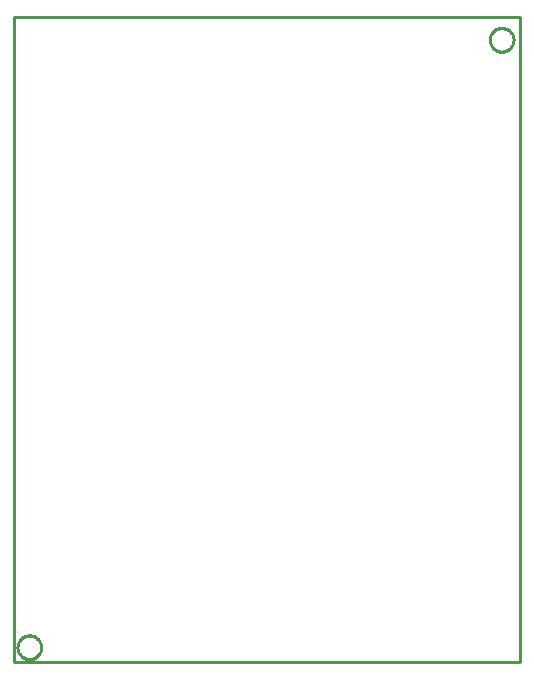
<source format=gbr>
G04 EAGLE Gerber RS-274X export*
G75*
%MOMM*%
%FSLAX34Y34*%
%LPD*%
%IN*%
%IPPOS*%
%AMOC8*
5,1,8,0,0,1.08239X$1,22.5*%
G01*
%ADD10C,0.254000*%


D10*
X165100Y101600D02*
X593600Y101600D01*
X593600Y647600D01*
X165100Y647600D01*
X165100Y101600D01*
X587850Y628213D02*
X587774Y627344D01*
X587622Y626484D01*
X587396Y625640D01*
X587098Y624820D01*
X586729Y624028D01*
X586292Y623272D01*
X585791Y622557D01*
X585230Y621888D01*
X584612Y621270D01*
X583943Y620709D01*
X583228Y620208D01*
X582472Y619771D01*
X581680Y619402D01*
X580860Y619104D01*
X580016Y618878D01*
X579157Y618726D01*
X578287Y618650D01*
X577413Y618650D01*
X576544Y618726D01*
X575684Y618878D01*
X574840Y619104D01*
X574020Y619402D01*
X573228Y619771D01*
X572472Y620208D01*
X571757Y620709D01*
X571088Y621270D01*
X570470Y621888D01*
X569909Y622557D01*
X569408Y623272D01*
X568971Y624028D01*
X568602Y624820D01*
X568304Y625640D01*
X568078Y626484D01*
X567926Y627344D01*
X567850Y628213D01*
X567850Y629087D01*
X567926Y629957D01*
X568078Y630816D01*
X568304Y631660D01*
X568602Y632480D01*
X568971Y633272D01*
X569408Y634028D01*
X569909Y634743D01*
X570470Y635412D01*
X571088Y636030D01*
X571757Y636591D01*
X572472Y637092D01*
X573228Y637529D01*
X574020Y637898D01*
X574840Y638196D01*
X575684Y638422D01*
X576544Y638574D01*
X577413Y638650D01*
X578287Y638650D01*
X579157Y638574D01*
X580016Y638422D01*
X580860Y638196D01*
X581680Y637898D01*
X582472Y637529D01*
X583228Y637092D01*
X583943Y636591D01*
X584612Y636030D01*
X585230Y635412D01*
X585791Y634743D01*
X586292Y634028D01*
X586729Y633272D01*
X587098Y632480D01*
X587396Y631660D01*
X587622Y630816D01*
X587774Y629957D01*
X587850Y629087D01*
X587850Y628213D01*
X187800Y113863D02*
X187724Y112994D01*
X187572Y112134D01*
X187346Y111290D01*
X187048Y110470D01*
X186679Y109678D01*
X186242Y108922D01*
X185741Y108207D01*
X185180Y107538D01*
X184562Y106920D01*
X183893Y106359D01*
X183178Y105858D01*
X182422Y105421D01*
X181630Y105052D01*
X180810Y104754D01*
X179966Y104528D01*
X179107Y104376D01*
X178237Y104300D01*
X177363Y104300D01*
X176494Y104376D01*
X175634Y104528D01*
X174790Y104754D01*
X173970Y105052D01*
X173178Y105421D01*
X172422Y105858D01*
X171707Y106359D01*
X171038Y106920D01*
X170420Y107538D01*
X169859Y108207D01*
X169358Y108922D01*
X168921Y109678D01*
X168552Y110470D01*
X168254Y111290D01*
X168028Y112134D01*
X167876Y112994D01*
X167800Y113863D01*
X167800Y114737D01*
X167876Y115607D01*
X168028Y116466D01*
X168254Y117310D01*
X168552Y118130D01*
X168921Y118922D01*
X169358Y119678D01*
X169859Y120393D01*
X170420Y121062D01*
X171038Y121680D01*
X171707Y122241D01*
X172422Y122742D01*
X173178Y123179D01*
X173970Y123548D01*
X174790Y123846D01*
X175634Y124072D01*
X176494Y124224D01*
X177363Y124300D01*
X178237Y124300D01*
X179107Y124224D01*
X179966Y124072D01*
X180810Y123846D01*
X181630Y123548D01*
X182422Y123179D01*
X183178Y122742D01*
X183893Y122241D01*
X184562Y121680D01*
X185180Y121062D01*
X185741Y120393D01*
X186242Y119678D01*
X186679Y118922D01*
X187048Y118130D01*
X187346Y117310D01*
X187572Y116466D01*
X187724Y115607D01*
X187800Y114737D01*
X187800Y113863D01*
M02*

</source>
